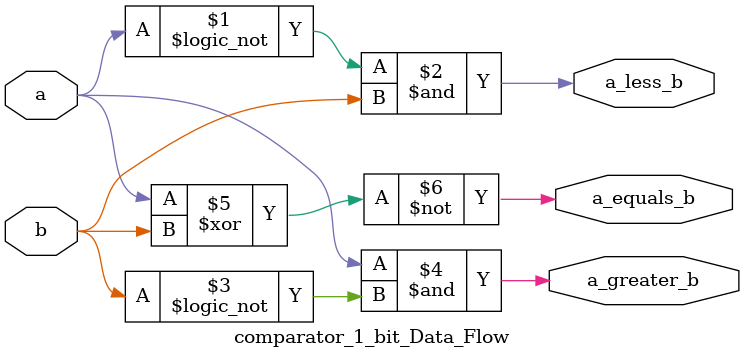
<source format=sv>
module comparator_1_bit_Data_Flow( input a,
                                   input b,
                                   output a_equals_b,
                                   output a_greater_b,
                                   output a_less_b );

  assign a_less_b = (!a)&b;
  assign a_greater_b = a&(!b);
  assign a_equals_b = ~(a^b); 
  
  
endmodule

</source>
